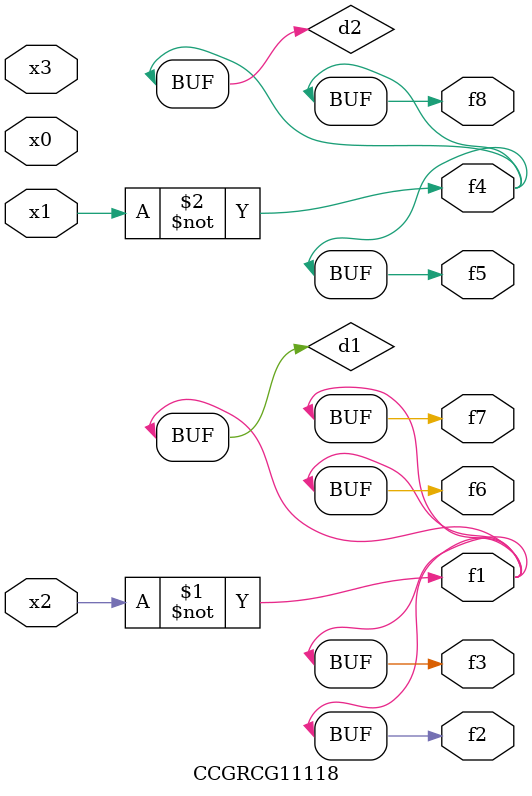
<source format=v>
module CCGRCG11118(
	input x0, x1, x2, x3,
	output f1, f2, f3, f4, f5, f6, f7, f8
);

	wire d1, d2;

	xnor (d1, x2);
	not (d2, x1);
	assign f1 = d1;
	assign f2 = d1;
	assign f3 = d1;
	assign f4 = d2;
	assign f5 = d2;
	assign f6 = d1;
	assign f7 = d1;
	assign f8 = d2;
endmodule

</source>
